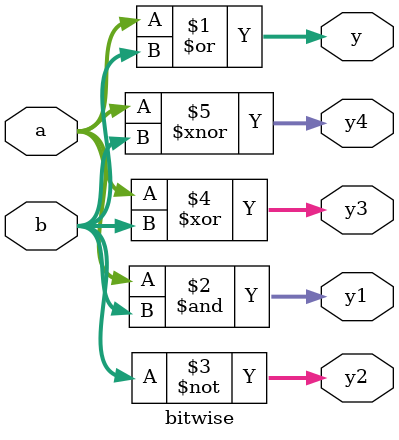
<source format=v>
module bitwise(
input [3:0]a,b,
output [3:0]y,y1,y2,y3,y4);

assign y=a|b;
assign y1=a&b;
assign y2=~b;
assign y3=a^b;
assign y4=a^~b;
endmodule

</source>
